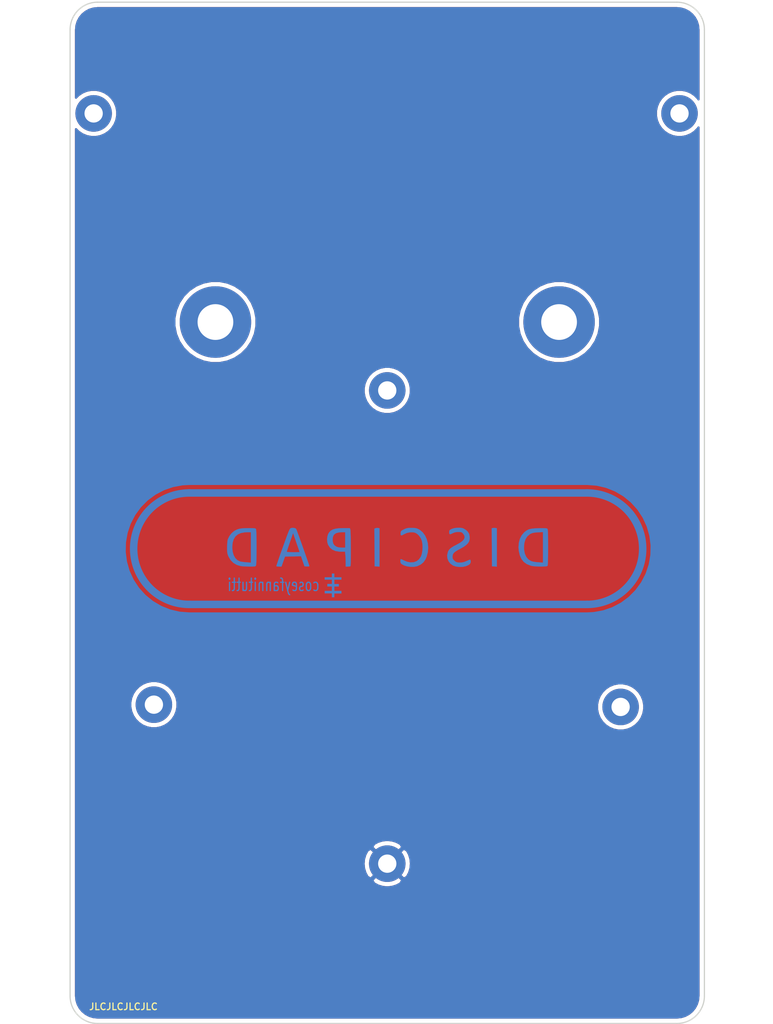
<source format=kicad_pcb>
(kicad_pcb (version 20171130) (host pcbnew 5.1.10-88a1d61d58~90~ubuntu21.04.1)

  (general
    (thickness 1.6)
    (drawings 11)
    (tracks 0)
    (zones 0)
    (modules 11)
    (nets 2)
  )

  (page A4)
  (layers
    (0 F.Cu signal)
    (31 B.Cu signal)
    (32 B.Adhes user)
    (33 F.Adhes user)
    (34 B.Paste user)
    (35 F.Paste user)
    (36 B.SilkS user)
    (37 F.SilkS user)
    (38 B.Mask user)
    (39 F.Mask user)
    (40 Dwgs.User user)
    (41 Cmts.User user)
    (42 Eco1.User user)
    (43 Eco2.User user)
    (44 Edge.Cuts user)
    (45 Margin user)
    (46 B.CrtYd user)
    (47 F.CrtYd user)
    (48 B.Fab user hide)
    (49 F.Fab user)
  )

  (setup
    (last_trace_width 0.25)
    (trace_clearance 0.2)
    (zone_clearance 0.508)
    (zone_45_only no)
    (trace_min 0.2)
    (via_size 0.8)
    (via_drill 0.4)
    (via_min_size 0.4)
    (via_min_drill 0.3)
    (uvia_size 0.3)
    (uvia_drill 0.1)
    (uvias_allowed no)
    (uvia_min_size 0.2)
    (uvia_min_drill 0.1)
    (edge_width 0.15)
    (segment_width 0.2)
    (pcb_text_width 0.3)
    (pcb_text_size 1.5 1.5)
    (mod_edge_width 0.15)
    (mod_text_size 1 1)
    (mod_text_width 0.15)
    (pad_size 1.524 1.524)
    (pad_drill 0.762)
    (pad_to_mask_clearance 0.051)
    (solder_mask_min_width 0.25)
    (aux_axis_origin 0 0)
    (grid_origin 0.052493 0.052493)
    (visible_elements 7FFFF7FF)
    (pcbplotparams
      (layerselection 0x010fc_ffffffff)
      (usegerberextensions true)
      (usegerberattributes false)
      (usegerberadvancedattributes false)
      (creategerberjobfile false)
      (excludeedgelayer true)
      (linewidth 0.150000)
      (plotframeref false)
      (viasonmask false)
      (mode 1)
      (useauxorigin false)
      (hpglpennumber 1)
      (hpglpenspeed 20)
      (hpglpendiameter 15.000000)
      (psnegative false)
      (psa4output false)
      (plotreference true)
      (plotvalue true)
      (plotinvisibletext false)
      (padsonsilk false)
      (subtractmaskfromsilk true)
      (outputformat 1)
      (mirror false)
      (drillshape 0)
      (scaleselection 1)
      (outputdirectory "../gerber/bottom"))
  )

  (net 0 "")
  (net 1 GND)

  (net_class Default "This is the default net class."
    (clearance 0.2)
    (trace_width 0.25)
    (via_dia 0.8)
    (via_drill 0.4)
    (uvia_dia 0.3)
    (uvia_drill 0.1)
    (add_net GND)
  )

  (module logos:DISCIPAD_MEDIUM_COPPER (layer B.Cu) (tedit 611B900E) (tstamp 5D355702)
    (at 143.888559 80.682973 180)
    (fp_text reference G*** (at 0 0) (layer B.SilkS) hide
      (effects (font (size 1.524 1.524) (thickness 0.3)) (justify mirror))
    )
    (fp_text value LOGO (at 0.75 0) (layer B.SilkS) hide
      (effects (font (size 1.524 1.524) (thickness 0.3)) (justify mirror))
    )
    (fp_line (start -23.98 -6.83) (end 23.87 -6.83) (layer B.Mask) (width 0.9))
    (fp_line (start -23.98 6.57) (end 23.87 6.57) (layer B.Mask) (width 0.9))
    (fp_poly (pts (xy 17.225864 2.334546) (xy 17.595687 2.306301) (xy 17.895699 2.252385) (xy 18.152221 2.167205)
      (xy 18.39157 2.045165) (xy 18.509852 1.970681) (xy 18.800475 1.718365) (xy 19.051278 1.38839)
      (xy 19.228936 1.026228) (xy 19.251156 0.95923) (xy 19.282367 0.793965) (xy 19.30713 0.542505)
      (xy 19.322543 0.241907) (xy 19.326216 0) (xy 19.323003 -0.319116) (xy 19.310938 -0.549581)
      (xy 19.284465 -0.726003) (xy 19.238023 -0.882988) (xy 19.166056 -1.055143) (xy 19.151686 -1.086659)
      (xy 18.893328 -1.515363) (xy 18.556147 -1.849421) (xy 18.14244 -2.08704) (xy 17.699234 -2.218366)
      (xy 17.500835 -2.243887) (xy 17.219849 -2.264403) (xy 16.896967 -2.277518) (xy 16.63569 -2.281068)
      (xy 16.325376 -2.280272) (xy 16.116011 -2.274913) (xy 15.985247 -2.260533) (xy 15.910731 -2.232677)
      (xy 15.870113 -2.186886) (xy 15.842649 -2.122929) (xy 15.825765 -2.017223) (xy 15.811658 -1.808209)
      (xy 15.800311 -1.513826) (xy 15.791709 -1.152016) (xy 15.785837 -0.74072) (xy 15.78268 -0.297878)
      (xy 15.782222 0.158568) (xy 15.784448 0.610676) (xy 15.789344 1.040507) (xy 15.796893 1.430119)
      (xy 15.80708 1.761571) (xy 15.811492 1.849514) (xy 16.460679 1.849514) (xy 16.460679 -1.806328)
      (xy 17.000121 -1.766839) (xy 17.279266 -1.740703) (xy 17.540963 -1.706405) (xy 17.738616 -1.670304)
      (xy 17.774755 -1.661129) (xy 18.083985 -1.512228) (xy 18.337928 -1.261837) (xy 18.530144 -0.921676)
      (xy 18.654195 -0.503466) (xy 18.703642 -0.018929) (xy 18.704228 0.030825) (xy 18.665237 0.553586)
      (xy 18.542611 0.985894) (xy 18.334968 1.329149) (xy 18.040926 1.584755) (xy 17.659104 1.754115)
      (xy 17.188118 1.838629) (xy 16.911868 1.849514) (xy 16.460679 1.849514) (xy 15.811492 1.849514)
      (xy 15.819891 2.016922) (xy 15.83531 2.17823) (xy 15.846344 2.22347) (xy 15.881536 2.271292)
      (xy 15.940768 2.304359) (xy 16.044579 2.325351) (xy 16.21351 2.336951) (xy 16.468102 2.341838)
      (xy 16.759911 2.342718) (xy 17.225864 2.334546)) (layer B.Mask) (width 0.01))
    (fp_poly (pts (xy 11.621116 2.353346) (xy 11.669262 2.337268) (xy 11.713823 2.309408) (xy 11.75957 2.258759)
      (xy 11.811275 2.174315) (xy 11.873708 2.04507) (xy 11.95164 1.860016) (xy 12.049844 1.608146)
      (xy 12.173089 1.278456) (xy 12.326147 0.859936) (xy 12.51379 0.341582) (xy 12.616305 0.05751)
      (xy 12.795371 -0.441968) (xy 12.959301 -0.905192) (xy 13.10373 -1.319369) (xy 13.22429 -1.671706)
      (xy 13.316615 -1.949409) (xy 13.376339 -2.139686) (xy 13.399096 -2.229743) (xy 13.398711 -2.23483)
      (xy 13.325964 -2.261895) (xy 13.172457 -2.278541) (xy 13.074505 -2.281068) (xy 12.778131 -2.281068)
      (xy 12.566756 -1.679976) (xy 12.355382 -1.078884) (xy 11.394432 -1.061943) (xy 10.433482 -1.045001)
      (xy 10.018204 -2.250243) (xy 9.725364 -2.269033) (xy 9.540548 -2.271737) (xy 9.451597 -2.24472)
      (xy 9.432524 -2.196099) (xy 9.452571 -2.1257) (xy 9.509023 -1.954939) (xy 9.596346 -1.699402)
      (xy 9.709006 -1.374676) (xy 9.841469 -0.996347) (xy 9.9882 -0.580004) (xy 10.002571 -0.539442)
      (xy 10.603918 -0.539442) (xy 10.661663 -0.545281) (xy 10.819365 -0.550105) (xy 11.053679 -0.553447)
      (xy 11.341262 -0.55484) (xy 11.374514 -0.554855) (xy 11.669378 -0.550601) (xy 11.911197 -0.538955)
      (xy 12.077217 -0.52159) (xy 12.144684 -0.50018) (xy 12.145145 -0.498188) (xy 12.12575 -0.424551)
      (xy 12.071802 -0.253838) (xy 11.98966 -0.005291) (xy 11.885685 0.301849) (xy 11.766235 0.648344)
      (xy 11.765757 0.649719) (xy 11.386369 1.740959) (xy 10.99516 0.608465) (xy 10.874477 0.258354)
      (xy 10.7689 -0.049368) (xy 10.684566 -0.296691) (xy 10.627615 -0.465605) (xy 10.604185 -0.5381)
      (xy 10.603918 -0.539442) (xy 10.002571 -0.539442) (xy 10.143666 -0.141231) (xy 10.302332 0.304384)
      (xy 10.458665 0.741254) (xy 10.60713 1.153792) (xy 10.742193 1.526412) (xy 10.85832 1.843527)
      (xy 10.949977 2.089551) (xy 11.003575 2.22877) (xy 11.097623 2.316727) (xy 11.270242 2.368963)
      (xy 11.479765 2.377072) (xy 11.621116 2.353346)) (layer B.Mask) (width 0.01))
    (fp_poly (pts (xy 5.868597 2.326633) (xy 6.278893 2.274366) (xy 6.600769 2.179901) (xy 6.849793 2.037219)
      (xy 7.041533 1.840305) (xy 7.161918 1.644056) (xy 7.258551 1.351256) (xy 7.295259 1.003507)
      (xy 7.271265 0.653865) (xy 7.185793 0.355388) (xy 7.180931 0.344938) (xy 6.959498 0.002932)
      (xy 6.660912 -0.248261) (xy 6.28122 -0.410745) (xy 5.816471 -0.486627) (xy 5.608127 -0.493204)
      (xy 5.13482 -0.493204) (xy 5.095518 -0.909345) (xy 5.07509 -1.194576) (xy 5.06072 -1.52651)
      (xy 5.055778 -1.803277) (xy 5.05534 -2.281068) (xy 4.788187 -2.281068) (xy 4.615187 -2.272324)
      (xy 4.499066 -2.250372) (xy 4.479935 -2.239968) (xy 4.467167 -2.167179) (xy 4.456844 -1.988301)
      (xy 4.448892 -1.72052) (xy 4.443237 -1.381022) (xy 4.439806 -0.986993) (xy 4.438525 -0.55562)
      (xy 4.43932 -0.104088) (xy 4.442116 0.350416) (xy 4.44684 0.790707) (xy 4.453419 1.199598)
      (xy 4.461777 1.559903) (xy 4.471673 1.849514) (xy 5.11699 1.849514) (xy 5.11699 0)
      (xy 5.533131 0.000096) (xy 5.897844 0.027475) (xy 6.160666 0.107984) (xy 6.403733 0.273806)
      (xy 6.551876 0.486457) (xy 6.618423 0.769944) (xy 6.625267 0.944901) (xy 6.59541 1.267816)
      (xy 6.50162 1.500631) (xy 6.33118 1.665408) (xy 6.160135 1.751811) (xy 5.961218 1.805336)
      (xy 5.704088 1.84075) (xy 5.516471 1.849514) (xy 5.11699 1.849514) (xy 4.471673 1.849514)
      (xy 4.471842 1.854436) (xy 4.483539 2.06601) (xy 4.496795 2.177441) (xy 4.498959 2.184579)
      (xy 4.559084 2.342718) (xy 5.354315 2.342718) (xy 5.868597 2.326633)) (layer B.Mask) (width 0.01))
    (fp_poly (pts (xy 1.461839 2.337755) (xy 1.604434 2.283541) (xy 1.588261 0.016649) (xy 1.572087 -2.250243)
      (xy 1.279247 -2.269033) (xy 0.986408 -2.287824) (xy 0.986408 2.328344) (xy 1.152826 2.360157)
      (xy 1.334879 2.364727) (xy 1.461839 2.337755)) (layer B.Mask) (width 0.01))
    (fp_poly (pts (xy -12.668432 2.357665) (xy -12.513563 2.32806) (xy -12.529718 0.038909) (xy -12.545874 -2.250243)
      (xy -12.838714 -2.269033) (xy -13.131554 -2.287824) (xy -13.131554 2.328344) (xy -12.977427 2.357807)
      (xy -12.788844 2.369394) (xy -12.668432 2.357665)) (layer B.Mask) (width 0.01))
    (fp_poly (pts (xy -18.365438 2.335861) (xy -18.172608 2.3315) (xy -17.725669 2.31399) (xy -17.377177 2.282848)
      (xy -17.102443 2.230861) (xy -16.876781 2.150814) (xy -16.675503 2.035494) (xy -16.473922 1.877686)
      (xy -16.402106 1.814135) (xy -16.112971 1.472501) (xy -15.902415 1.050114) (xy -15.775673 0.565333)
      (xy -15.737979 0.036519) (xy -15.773292 -0.391563) (xy -15.896059 -0.927848) (xy -16.09293 -1.367608)
      (xy -16.368364 -1.716065) (xy -16.726819 -1.978441) (xy -17.172752 -2.159958) (xy -17.314696 -2.197193)
      (xy -17.525965 -2.232668) (xy -17.799304 -2.258402) (xy -18.107653 -2.274256) (xy -18.423952 -2.280088)
      (xy -18.72114 -2.275758) (xy -18.972157 -2.261126) (xy -19.149942 -2.236051) (xy -19.222622 -2.207088)
      (xy -19.243818 -2.150481) (xy -19.261008 -2.021621) (xy -19.27447 -1.812075) (xy -19.274671 -1.806064)
      (xy -18.680097 -1.806064) (xy -18.083319 -1.764114) (xy -17.74653 -1.729115) (xy -17.455009 -1.67741)
      (xy -17.246407 -1.615794) (xy -17.235625 -1.611171) (xy -16.912363 -1.403103) (xy -16.665066 -1.101563)
      (xy -16.496762 -0.712494) (xy -16.410478 -0.24184) (xy -16.399029 0.030825) (xy -16.442876 0.553741)
      (xy -16.574623 0.99049) (xy -16.794577 1.341688) (xy -17.103047 1.607949) (xy -17.225474 1.677872)
      (xy -17.409063 1.75062) (xy -17.6423 1.799297) (xy -17.956765 1.829774) (xy -18.079005 1.836608)
      (xy -18.680097 1.865999) (xy -18.680097 -1.806064) (xy -19.274671 -1.806064) (xy -19.284481 -1.513408)
      (xy -19.291321 -1.117185) (xy -19.295268 -0.614974) (xy -19.296599 0.001662) (xy -19.296602 0.035606)
      (xy -19.295955 0.621998) (xy -19.293693 1.096876) (xy -19.289337 1.47202) (xy -19.282408 1.759212)
      (xy -19.272425 1.970232) (xy -19.258911 2.116863) (xy -19.241384 2.210885) (xy -19.219366 2.26408)
      (xy -19.205253 2.280132) (xy -19.125581 2.311245) (xy -18.967718 2.330473) (xy -18.718668 2.338463)
      (xy -18.365438 2.335861)) (layer B.Mask) (width 0.01))
    (fp_poly (pts (xy -2.583048 2.367723) (xy -2.378172 2.349076) (xy -2.207827 2.306265) (xy -2.027717 2.230557)
      (xy -1.941991 2.188592) (xy -1.743217 2.084192) (xy -1.630079 2.00217) (xy -1.576066 1.913653)
      (xy -1.55467 1.789766) (xy -1.552469 1.764327) (xy -1.551761 1.571787) (xy -1.598461 1.477361)
      (xy -1.705988 1.476167) (xy -1.887761 1.563324) (xy -1.969513 1.612621) (xy -2.308034 1.76497)
      (xy -2.689204 1.84296) (xy -3.065781 1.840178) (xy -3.287252 1.79151) (xy -3.533302 1.655771)
      (xy -3.769052 1.429629) (xy -3.967617 1.14486) (xy -4.102107 0.833241) (xy -4.104246 0.825964)
      (xy -4.172127 0.471562) (xy -4.193964 0.066424) (xy -4.172216 -0.348894) (xy -4.109344 -0.733838)
      (xy -4.007807 -1.047852) (xy -3.988096 -1.088885) (xy -3.762245 -1.410027) (xy -3.469392 -1.634392)
      (xy -3.122544 -1.759021) (xy -2.734708 -1.780955) (xy -2.318891 -1.697234) (xy -1.967853 -1.548552)
      (xy -1.775838 -1.453917) (xy -1.629827 -1.393193) (xy -1.56003 -1.378866) (xy -1.559056 -1.379618)
      (xy -1.537913 -1.455169) (xy -1.524104 -1.602997) (xy -1.522899 -1.63525) (xy -1.544971 -1.823768)
      (xy -1.640113 -1.954566) (xy -1.667593 -1.976841) (xy -1.964121 -2.14157) (xy -2.336291 -2.256024)
      (xy -2.744983 -2.315013) (xy -3.151077 -2.313346) (xy -3.51545 -2.245832) (xy -3.566598 -2.228811)
      (xy -3.979809 -2.032264) (xy -4.302066 -1.764288) (xy -4.547821 -1.410083) (xy -4.691319 -1.076966)
      (xy -4.827033 -0.546582) (xy -4.870566 -0.011484) (xy -4.827059 0.510679) (xy -4.701651 1.002257)
      (xy -4.499483 1.445599) (xy -4.225695 1.823055) (xy -3.885428 2.116975) (xy -3.735404 2.205363)
      (xy -3.559344 2.287507) (xy -3.392471 2.3371) (xy -3.192861 2.362134) (xy -2.918586 2.370599)
      (xy -2.866748 2.370942) (xy -2.583048 2.367723)) (layer B.Mask) (width 0.01))
    (fp_poly (pts (xy -8.315383 2.386379) (xy -7.965054 2.332186) (xy -7.675575 2.235111) (xy -7.660073 2.227402)
      (xy -7.499893 2.136106) (xy -7.423034 2.049545) (xy -7.399376 1.924137) (xy -7.398058 1.848261)
      (xy -7.411572 1.689457) (xy -7.464645 1.615024) (xy -7.57608 1.620459) (xy -7.764678 1.701258)
      (xy -7.843126 1.741626) (xy -8.087185 1.837635) (xy -8.369734 1.87744) (xy -8.497412 1.88034)
      (xy -8.717588 1.875098) (xy -8.857877 1.849183) (xy -8.961574 1.787309) (xy -9.067679 1.679003)
      (xy -9.219212 1.451826) (xy -9.258524 1.230933) (xy -9.183454 1.012519) (xy -8.991838 0.792779)
      (xy -8.681516 0.567908) (xy -8.324213 0.370604) (xy -7.955649 0.177201) (xy -7.683765 0.011347)
      (xy -7.489718 -0.142515) (xy -7.354667 -0.299945) (xy -7.259772 -0.476499) (xy -7.240595 -0.524187)
      (xy -7.154449 -0.90803) (xy -7.181151 -1.284442) (xy -7.312617 -1.631857) (xy -7.540765 -1.928704)
      (xy -7.849677 -2.149418) (xy -8.191078 -2.270629) (xy -8.592004 -2.328174) (xy -9.004945 -2.319594)
      (xy -9.382388 -2.242431) (xy -9.417256 -2.230526) (xy -9.703135 -2.108314) (xy -9.882169 -1.977433)
      (xy -9.970631 -1.822441) (xy -9.987379 -1.689472) (xy -9.972488 -1.540927) (xy -9.936348 -1.455654)
      (xy -9.933386 -1.453519) (xy -9.854453 -1.46186) (xy -9.700841 -1.51626) (xy -9.517245 -1.599489)
      (xy -9.283797 -1.697497) (xy -9.05166 -1.766878) (xy -8.908495 -1.78932) (xy -8.614876 -1.796833)
      (xy -8.410293 -1.784221) (xy -8.261064 -1.743346) (xy -8.133508 -1.666069) (xy -8.029071 -1.576825)
      (xy -7.885794 -1.429095) (xy -7.817879 -1.297417) (xy -7.799291 -1.127686) (xy -7.79914 -1.099034)
      (xy -7.817566 -0.904337) (xy -7.882483 -0.738808) (xy -8.009203 -0.586426) (xy -8.213038 -0.431172)
      (xy -8.509299 -0.257026) (xy -8.700576 -0.155953) (xy -9.136268 0.090975) (xy -9.460141 0.326358)
      (xy -9.682062 0.558559) (xy -9.806557 0.781493) (xy -9.854795 1.016071) (xy -9.857589 1.300949)
      (xy -9.816755 1.572543) (xy -9.780785 1.682919) (xy -9.628395 1.919506) (xy -9.395429 2.136088)
      (xy -9.123702 2.29771) (xy -8.986368 2.346988) (xy -8.673507 2.392908) (xy -8.315383 2.386379)) (layer B.Mask) (width 0.01))
    (fp_arc (start 23.87 -0.13) (end 23.87 -6.83) (angle 180) (layer B.Mask) (width 0.9))
    (fp_arc (start -23.98 -0.13) (end -23.98 6.57) (angle 180) (layer B.Mask) (width 0.9))
    (fp_poly (pts (xy -8.315383 2.386379) (xy -7.965054 2.332186) (xy -7.675575 2.235111) (xy -7.660073 2.227402)
      (xy -7.499893 2.136106) (xy -7.423034 2.049545) (xy -7.399376 1.924137) (xy -7.398058 1.848261)
      (xy -7.411572 1.689457) (xy -7.464645 1.615024) (xy -7.57608 1.620459) (xy -7.764678 1.701258)
      (xy -7.843126 1.741626) (xy -8.087185 1.837635) (xy -8.369734 1.87744) (xy -8.497412 1.88034)
      (xy -8.717588 1.875098) (xy -8.857877 1.849183) (xy -8.961574 1.787309) (xy -9.067679 1.679003)
      (xy -9.219212 1.451826) (xy -9.258524 1.230933) (xy -9.183454 1.012519) (xy -8.991838 0.792779)
      (xy -8.681516 0.567908) (xy -8.324213 0.370604) (xy -7.955649 0.177201) (xy -7.683765 0.011347)
      (xy -7.489718 -0.142515) (xy -7.354667 -0.299945) (xy -7.259772 -0.476499) (xy -7.240595 -0.524187)
      (xy -7.154449 -0.90803) (xy -7.181151 -1.284442) (xy -7.312617 -1.631857) (xy -7.540765 -1.928704)
      (xy -7.849677 -2.149418) (xy -8.191078 -2.270629) (xy -8.592004 -2.328174) (xy -9.004945 -2.319594)
      (xy -9.382388 -2.242431) (xy -9.417256 -2.230526) (xy -9.703135 -2.108314) (xy -9.882169 -1.977433)
      (xy -9.970631 -1.822441) (xy -9.987379 -1.689472) (xy -9.972488 -1.540927) (xy -9.936348 -1.455654)
      (xy -9.933386 -1.453519) (xy -9.854453 -1.46186) (xy -9.700841 -1.51626) (xy -9.517245 -1.599489)
      (xy -9.283797 -1.697497) (xy -9.05166 -1.766878) (xy -8.908495 -1.78932) (xy -8.614876 -1.796833)
      (xy -8.410293 -1.784221) (xy -8.261064 -1.743346) (xy -8.133508 -1.666069) (xy -8.029071 -1.576825)
      (xy -7.885794 -1.429095) (xy -7.817879 -1.297417) (xy -7.799291 -1.127686) (xy -7.79914 -1.099034)
      (xy -7.817566 -0.904337) (xy -7.882483 -0.738808) (xy -8.009203 -0.586426) (xy -8.213038 -0.431172)
      (xy -8.509299 -0.257026) (xy -8.700576 -0.155953) (xy -9.136268 0.090975) (xy -9.460141 0.326358)
      (xy -9.682062 0.558559) (xy -9.806557 0.781493) (xy -9.854795 1.016071) (xy -9.857589 1.300949)
      (xy -9.816755 1.572543) (xy -9.780785 1.682919) (xy -9.628395 1.919506) (xy -9.395429 2.136088)
      (xy -9.123702 2.29771) (xy -8.986368 2.346988) (xy -8.673507 2.392908) (xy -8.315383 2.386379)) (layer B.Cu) (width 0.01))
    (fp_poly (pts (xy -12.668432 2.357665) (xy -12.513563 2.32806) (xy -12.529718 0.038909) (xy -12.545874 -2.250243)
      (xy -12.838714 -2.269033) (xy -13.131554 -2.287824) (xy -13.131554 2.328344) (xy -12.977427 2.357807)
      (xy -12.788844 2.369394) (xy -12.668432 2.357665)) (layer B.Cu) (width 0.01))
    (fp_poly (pts (xy 1.461839 2.337755) (xy 1.604434 2.283541) (xy 1.588261 0.016649) (xy 1.572087 -2.250243)
      (xy 1.279247 -2.269033) (xy 0.986408 -2.287824) (xy 0.986408 2.328344) (xy 1.152826 2.360157)
      (xy 1.334879 2.364727) (xy 1.461839 2.337755)) (layer B.Cu) (width 0.01))
    (fp_poly (pts (xy 5.868597 2.326633) (xy 6.278893 2.274366) (xy 6.600769 2.179901) (xy 6.849793 2.037219)
      (xy 7.041533 1.840305) (xy 7.161918 1.644056) (xy 7.258551 1.351256) (xy 7.295259 1.003507)
      (xy 7.271265 0.653865) (xy 7.185793 0.355388) (xy 7.180931 0.344938) (xy 6.959498 0.002932)
      (xy 6.660912 -0.248261) (xy 6.28122 -0.410745) (xy 5.816471 -0.486627) (xy 5.608127 -0.493204)
      (xy 5.13482 -0.493204) (xy 5.095518 -0.909345) (xy 5.07509 -1.194576) (xy 5.06072 -1.52651)
      (xy 5.055778 -1.803277) (xy 5.05534 -2.281068) (xy 4.788187 -2.281068) (xy 4.615187 -2.272324)
      (xy 4.499066 -2.250372) (xy 4.479935 -2.239968) (xy 4.467167 -2.167179) (xy 4.456844 -1.988301)
      (xy 4.448892 -1.72052) (xy 4.443237 -1.381022) (xy 4.439806 -0.986993) (xy 4.438525 -0.55562)
      (xy 4.43932 -0.104088) (xy 4.442116 0.350416) (xy 4.44684 0.790707) (xy 4.453419 1.199598)
      (xy 4.461777 1.559903) (xy 4.471673 1.849514) (xy 5.11699 1.849514) (xy 5.11699 0)
      (xy 5.533131 0.000096) (xy 5.897844 0.027475) (xy 6.160666 0.107984) (xy 6.403733 0.273806)
      (xy 6.551876 0.486457) (xy 6.618423 0.769944) (xy 6.625267 0.944901) (xy 6.59541 1.267816)
      (xy 6.50162 1.500631) (xy 6.33118 1.665408) (xy 6.160135 1.751811) (xy 5.961218 1.805336)
      (xy 5.704088 1.84075) (xy 5.516471 1.849514) (xy 5.11699 1.849514) (xy 4.471673 1.849514)
      (xy 4.471842 1.854436) (xy 4.483539 2.06601) (xy 4.496795 2.177441) (xy 4.498959 2.184579)
      (xy 4.559084 2.342718) (xy 5.354315 2.342718) (xy 5.868597 2.326633)) (layer B.Cu) (width 0.01))
    (fp_poly (pts (xy 11.621116 2.353346) (xy 11.669262 2.337268) (xy 11.713823 2.309408) (xy 11.75957 2.258759)
      (xy 11.811275 2.174315) (xy 11.873708 2.04507) (xy 11.95164 1.860016) (xy 12.049844 1.608146)
      (xy 12.173089 1.278456) (xy 12.326147 0.859936) (xy 12.51379 0.341582) (xy 12.616305 0.05751)
      (xy 12.795371 -0.441968) (xy 12.959301 -0.905192) (xy 13.10373 -1.319369) (xy 13.22429 -1.671706)
      (xy 13.316615 -1.949409) (xy 13.376339 -2.139686) (xy 13.399096 -2.229743) (xy 13.398711 -2.23483)
      (xy 13.325964 -2.261895) (xy 13.172457 -2.278541) (xy 13.074505 -2.281068) (xy 12.778131 -2.281068)
      (xy 12.566756 -1.679976) (xy 12.355382 -1.078884) (xy 11.394432 -1.061943) (xy 10.433482 -1.045001)
      (xy 10.018204 -2.250243) (xy 9.725364 -2.269033) (xy 9.540548 -2.271737) (xy 9.451597 -2.24472)
      (xy 9.432524 -2.196099) (xy 9.452571 -2.1257) (xy 9.509023 -1.954939) (xy 9.596346 -1.699402)
      (xy 9.709006 -1.374676) (xy 9.841469 -0.996347) (xy 9.9882 -0.580004) (xy 10.002571 -0.539442)
      (xy 10.603918 -0.539442) (xy 10.661663 -0.545281) (xy 10.819365 -0.550105) (xy 11.053679 -0.553447)
      (xy 11.341262 -0.55484) (xy 11.374514 -0.554855) (xy 11.669378 -0.550601) (xy 11.911197 -0.538955)
      (xy 12.077217 -0.52159) (xy 12.144684 -0.50018) (xy 12.145145 -0.498188) (xy 12.12575 -0.424551)
      (xy 12.071802 -0.253838) (xy 11.98966 -0.005291) (xy 11.885685 0.301849) (xy 11.766235 0.648344)
      (xy 11.765757 0.649719) (xy 11.386369 1.740959) (xy 10.99516 0.608465) (xy 10.874477 0.258354)
      (xy 10.7689 -0.049368) (xy 10.684566 -0.296691) (xy 10.627615 -0.465605) (xy 10.604185 -0.5381)
      (xy 10.603918 -0.539442) (xy 10.002571 -0.539442) (xy 10.143666 -0.141231) (xy 10.302332 0.304384)
      (xy 10.458665 0.741254) (xy 10.60713 1.153792) (xy 10.742193 1.526412) (xy 10.85832 1.843527)
      (xy 10.949977 2.089551) (xy 11.003575 2.22877) (xy 11.097623 2.316727) (xy 11.270242 2.368963)
      (xy 11.479765 2.377072) (xy 11.621116 2.353346)) (layer B.Cu) (width 0.01))
    (fp_poly (pts (xy 17.225864 2.334546) (xy 17.595687 2.306301) (xy 17.895699 2.252385) (xy 18.152221 2.167205)
      (xy 18.39157 2.045165) (xy 18.509852 1.970681) (xy 18.800475 1.718365) (xy 19.051278 1.38839)
      (xy 19.228936 1.026228) (xy 19.251156 0.95923) (xy 19.282367 0.793965) (xy 19.30713 0.542505)
      (xy 19.322543 0.241907) (xy 19.326216 0) (xy 19.323003 -0.319116) (xy 19.310938 -0.549581)
      (xy 19.284465 -0.726003) (xy 19.238023 -0.882988) (xy 19.166056 -1.055143) (xy 19.151686 -1.086659)
      (xy 18.893328 -1.515363) (xy 18.556147 -1.849421) (xy 18.14244 -2.08704) (xy 17.699234 -2.218366)
      (xy 17.500835 -2.243887) (xy 17.219849 -2.264403) (xy 16.896967 -2.277518) (xy 16.63569 -2.281068)
      (xy 16.325376 -2.280272) (xy 16.116011 -2.274913) (xy 15.985247 -2.260533) (xy 15.910731 -2.232677)
      (xy 15.870113 -2.186886) (xy 15.842649 -2.122929) (xy 15.825765 -2.017223) (xy 15.811658 -1.808209)
      (xy 15.800311 -1.513826) (xy 15.791709 -1.152016) (xy 15.785837 -0.74072) (xy 15.78268 -0.297878)
      (xy 15.782222 0.158568) (xy 15.784448 0.610676) (xy 15.789344 1.040507) (xy 15.796893 1.430119)
      (xy 15.80708 1.761571) (xy 15.811492 1.849514) (xy 16.460679 1.849514) (xy 16.460679 -1.806328)
      (xy 17.000121 -1.766839) (xy 17.279266 -1.740703) (xy 17.540963 -1.706405) (xy 17.738616 -1.670304)
      (xy 17.774755 -1.661129) (xy 18.083985 -1.512228) (xy 18.337928 -1.261837) (xy 18.530144 -0.921676)
      (xy 18.654195 -0.503466) (xy 18.703642 -0.018929) (xy 18.704228 0.030825) (xy 18.665237 0.553586)
      (xy 18.542611 0.985894) (xy 18.334968 1.329149) (xy 18.040926 1.584755) (xy 17.659104 1.754115)
      (xy 17.188118 1.838629) (xy 16.911868 1.849514) (xy 16.460679 1.849514) (xy 15.811492 1.849514)
      (xy 15.819891 2.016922) (xy 15.83531 2.17823) (xy 15.846344 2.22347) (xy 15.881536 2.271292)
      (xy 15.940768 2.304359) (xy 16.044579 2.325351) (xy 16.21351 2.336951) (xy 16.468102 2.341838)
      (xy 16.759911 2.342718) (xy 17.225864 2.334546)) (layer B.Cu) (width 0.01))
    (fp_line (start -23.98 6.57) (end 23.87 6.57) (layer B.Cu) (width 0.9))
    (fp_line (start -23.98 -6.83) (end 23.87 -6.83) (layer B.Cu) (width 0.9))
    (fp_poly (pts (xy -2.583048 2.367723) (xy -2.378172 2.349076) (xy -2.207827 2.306265) (xy -2.027717 2.230557)
      (xy -1.941991 2.188592) (xy -1.743217 2.084192) (xy -1.630079 2.00217) (xy -1.576066 1.913653)
      (xy -1.55467 1.789766) (xy -1.552469 1.764327) (xy -1.551761 1.571787) (xy -1.598461 1.477361)
      (xy -1.705988 1.476167) (xy -1.887761 1.563324) (xy -1.969513 1.612621) (xy -2.308034 1.76497)
      (xy -2.689204 1.84296) (xy -3.065781 1.840178) (xy -3.287252 1.79151) (xy -3.533302 1.655771)
      (xy -3.769052 1.429629) (xy -3.967617 1.14486) (xy -4.102107 0.833241) (xy -4.104246 0.825964)
      (xy -4.172127 0.471562) (xy -4.193964 0.066424) (xy -4.172216 -0.348894) (xy -4.109344 -0.733838)
      (xy -4.007807 -1.047852) (xy -3.988096 -1.088885) (xy -3.762245 -1.410027) (xy -3.469392 -1.634392)
      (xy -3.122544 -1.759021) (xy -2.734708 -1.780955) (xy -2.318891 -1.697234) (xy -1.967853 -1.548552)
      (xy -1.775838 -1.453917) (xy -1.629827 -1.393193) (xy -1.56003 -1.378866) (xy -1.559056 -1.379618)
      (xy -1.537913 -1.455169) (xy -1.524104 -1.602997) (xy -1.522899 -1.63525) (xy -1.544971 -1.823768)
      (xy -1.640113 -1.954566) (xy -1.667593 -1.976841) (xy -1.964121 -2.14157) (xy -2.336291 -2.256024)
      (xy -2.744983 -2.315013) (xy -3.151077 -2.313346) (xy -3.51545 -2.245832) (xy -3.566598 -2.228811)
      (xy -3.979809 -2.032264) (xy -4.302066 -1.764288) (xy -4.547821 -1.410083) (xy -4.691319 -1.076966)
      (xy -4.827033 -0.546582) (xy -4.870566 -0.011484) (xy -4.827059 0.510679) (xy -4.701651 1.002257)
      (xy -4.499483 1.445599) (xy -4.225695 1.823055) (xy -3.885428 2.116975) (xy -3.735404 2.205363)
      (xy -3.559344 2.287507) (xy -3.392471 2.3371) (xy -3.192861 2.362134) (xy -2.918586 2.370599)
      (xy -2.866748 2.370942) (xy -2.583048 2.367723)) (layer B.Cu) (width 0.01))
    (fp_poly (pts (xy -18.365438 2.335861) (xy -18.172608 2.3315) (xy -17.725669 2.31399) (xy -17.377177 2.282848)
      (xy -17.102443 2.230861) (xy -16.876781 2.150814) (xy -16.675503 2.035494) (xy -16.473922 1.877686)
      (xy -16.402106 1.814135) (xy -16.112971 1.472501) (xy -15.902415 1.050114) (xy -15.775673 0.565333)
      (xy -15.737979 0.036519) (xy -15.773292 -0.391563) (xy -15.896059 -0.927848) (xy -16.09293 -1.367608)
      (xy -16.368364 -1.716065) (xy -16.726819 -1.978441) (xy -17.172752 -2.159958) (xy -17.314696 -2.197193)
      (xy -17.525965 -2.232668) (xy -17.799304 -2.258402) (xy -18.107653 -2.274256) (xy -18.423952 -2.280088)
      (xy -18.72114 -2.275758) (xy -18.972157 -2.261126) (xy -19.149942 -2.236051) (xy -19.222622 -2.207088)
      (xy -19.243818 -2.150481) (xy -19.261008 -2.021621) (xy -19.27447 -1.812075) (xy -19.274671 -1.806064)
      (xy -18.680097 -1.806064) (xy -18.083319 -1.764114) (xy -17.74653 -1.729115) (xy -17.455009 -1.67741)
      (xy -17.246407 -1.615794) (xy -17.235625 -1.611171) (xy -16.912363 -1.403103) (xy -16.665066 -1.101563)
      (xy -16.496762 -0.712494) (xy -16.410478 -0.24184) (xy -16.399029 0.030825) (xy -16.442876 0.553741)
      (xy -16.574623 0.99049) (xy -16.794577 1.341688) (xy -17.103047 1.607949) (xy -17.225474 1.677872)
      (xy -17.409063 1.75062) (xy -17.6423 1.799297) (xy -17.956765 1.829774) (xy -18.079005 1.836608)
      (xy -18.680097 1.865999) (xy -18.680097 -1.806064) (xy -19.274671 -1.806064) (xy -19.284481 -1.513408)
      (xy -19.291321 -1.117185) (xy -19.295268 -0.614974) (xy -19.296599 0.001662) (xy -19.296602 0.035606)
      (xy -19.295955 0.621998) (xy -19.293693 1.096876) (xy -19.289337 1.47202) (xy -19.282408 1.759212)
      (xy -19.272425 1.970232) (xy -19.258911 2.116863) (xy -19.241384 2.210885) (xy -19.219366 2.26408)
      (xy -19.205253 2.280132) (xy -19.125581 2.311245) (xy -18.967718 2.330473) (xy -18.718668 2.338463)
      (xy -18.365438 2.335861)) (layer B.Cu) (width 0.01))
    (fp_text user LOGO (at 0.75 0) (layer B.SilkS) hide
      (effects (font (size 1.524 1.524) (thickness 0.3)) (justify mirror))
    )
    (fp_text user G*** (at 0 0) (layer B.SilkS) hide
      (effects (font (size 1.524 1.524) (thickness 0.3)) (justify mirror))
    )
    (fp_arc (start -23.98 -0.13) (end -23.98 6.57) (angle 180) (layer B.Cu) (width 0.9))
    (fp_arc (start 23.87 -0.13) (end 23.87 -6.83) (angle 180) (layer B.Cu) (width 0.9))
  )

  (module "logos:TOPY 3MM MASK" (layer B.Cu) (tedit 0) (tstamp 5D35580E)
    (at 137.316625 85.228946 180)
    (fp_text reference G*** (at 0 0 180) (layer B.SilkS) hide
      (effects (font (size 1.524 1.524) (thickness 0.3)) (justify mirror))
    )
    (fp_text value LOGO (at 0.75 0 180) (layer B.SilkS) hide
      (effects (font (size 1.524 1.524) (thickness 0.3)) (justify mirror))
    )
    (fp_poly (pts (xy 0.1524 0.9779) (xy 1.00965 0.9779) (xy 1.00965 0.69215) (xy 0.1524 0.69215)
      (xy 0.1524 0.1778) (xy 0.69215 0.1778) (xy 0.69215 -0.127) (xy 0.1524 -0.127)
      (xy 0.1524 -0.65405) (xy 1.00965 -0.65405) (xy 1.00965 -0.95885) (xy 0.1524 -0.95885)
      (xy 0.1524 -1.4224) (xy -0.1524 -1.4224) (xy -0.1524 -0.9652) (xy -1.0033 -0.9652)
      (xy -1.0033 -0.6604) (xy -0.1524 -0.6604) (xy -0.1524 -0.13335) (xy -0.6858 -0.13335)
      (xy -0.6858 0.17145) (xy -0.1524 0.17145) (xy -0.1524 0.69215) (xy -1.0033 0.69215)
      (xy -1.0033 0.9779) (xy -0.1524 0.9779) (xy -0.1524 1.4224) (xy 0.1524 1.4224)
      (xy 0.1524 0.9779)) (layer B.Mask) (width 0.01))
  )

  (module "logos:TOPY 3MM COPPER" (layer B.Cu) (tedit 5D351BB9) (tstamp 5D3557E7)
    (at 137.316625 85.228946 180)
    (fp_text reference G*** (at 0 0 180) (layer B.SilkS) hide
      (effects (font (size 1.524 1.524) (thickness 0.3)) (justify mirror))
    )
    (fp_text value LOGO (at 0.75 0 180) (layer B.SilkS) hide
      (effects (font (size 1.524 1.524) (thickness 0.3)) (justify mirror))
    )
    (fp_poly (pts (xy 0.1524 0.9779) (xy 1.00965 0.9779) (xy 1.00965 0.69215) (xy 0.1524 0.69215)
      (xy 0.1524 0.1778) (xy 0.69215 0.1778) (xy 0.69215 -0.127) (xy 0.1524 -0.127)
      (xy 0.1524 -0.65405) (xy 1.00965 -0.65405) (xy 1.00965 -0.95885) (xy 0.1524 -0.95885)
      (xy 0.1524 -1.4224) (xy -0.1524 -1.4224) (xy -0.1524 -0.9652) (xy -1.0033 -0.9652)
      (xy -1.0033 -0.6604) (xy -0.1524 -0.6604) (xy -0.1524 -0.13335) (xy -0.6858 -0.13335)
      (xy -0.6858 0.17145) (xy -0.1524 0.17145) (xy -0.1524 0.69215) (xy -1.0033 0.69215)
      (xy -1.0033 0.9779) (xy -0.1524 0.9779) (xy -0.1524 1.4224) (xy 0.1524 1.4224)
      (xy 0.1524 0.9779)) (layer B.Cu) (width 0.01))
  )

  (module MountingHole:MountingHole_4.3mm_M4_Pad (layer F.Cu) (tedit 5D341DD6) (tstamp 5D342054)
    (at 123.158765 53.56144)
    (descr "Mounting Hole 4.3mm, M4")
    (tags "mounting hole 4.3mm m4")
    (attr virtual)
    (fp_text reference REF** (at 0 -5.3) (layer Cmts.User)
      (effects (font (size 1 1) (thickness 0.15)))
    )
    (fp_text value MountingHole_4.3mm_M4_Pad (at 0 5.3) (layer F.Fab)
      (effects (font (size 1 1) (thickness 0.15)))
    )
    (fp_circle (center 0 0) (end 4.3 0) (layer Cmts.User) (width 0.15))
    (fp_circle (center 0 0) (end 4.55 0) (layer F.CrtYd) (width 0.05))
    (fp_text user %R (at 0.3 0) (layer F.Fab)
      (effects (font (size 1 1) (thickness 0.15)))
    )
    (pad 1 thru_hole circle (at 0 0) (size 8.6 8.6) (drill 4.3) (layers *.Cu *.Mask))
  )

  (module MountingHole:MountingHole_2.2mm_M2_Pad (layer F.Cu) (tedit 5D33EAED) (tstamp 5CDE4D37)
    (at 143.833559 118.686673)
    (descr "Mounting Hole 2.2mm, M2")
    (tags "mounting hole 2.2mm m2")
    (path /5D13347D)
    (attr virtual)
    (fp_text reference H1 (at 0 -3.2) (layer Cmts.User)
      (effects (font (size 1 1) (thickness 0.15)))
    )
    (fp_text value 1PIN (at 0 3.2) (layer F.Fab)
      (effects (font (size 1 1) (thickness 0.15)))
    )
    (fp_circle (center 0 0) (end 2.2 0) (layer Cmts.User) (width 0.15))
    (fp_circle (center 0 0) (end 2.45 0) (layer F.CrtYd) (width 0.05))
    (fp_text user %R (at 0.3 0) (layer F.Fab)
      (effects (font (size 1 1) (thickness 0.15)))
    )
    (pad 1 thru_hole circle (at 0 0) (size 4.4 4.4) (drill 2.2) (layers *.Cu *.Mask)
      (net 1 GND))
  )

  (module MountingHole:MountingHole_2.2mm_M2_Pad (layer F.Cu) (tedit 5CDDFFE8) (tstamp 5CDE46BE)
    (at 115.752543 99.566685)
    (descr "Mounting Hole 2.2mm, M2")
    (tags "mounting hole 2.2mm m2")
    (attr virtual)
    (fp_text reference REF** (at 0 -3.2) (layer Cmts.User)
      (effects (font (size 1 1) (thickness 0.15)))
    )
    (fp_text value MountingHole_2.2mm_M2_Pad (at 0 3.2) (layer F.Fab)
      (effects (font (size 1 1) (thickness 0.15)))
    )
    (fp_circle (center 0 0) (end 2.45 0) (layer F.CrtYd) (width 0.05))
    (fp_circle (center 0 0) (end 2.2 0) (layer Cmts.User) (width 0.15))
    (fp_text user %R (at 0.3 0) (layer F.Fab)
      (effects (font (size 1 1) (thickness 0.15)))
    )
    (pad 1 thru_hole circle (at 0 0) (size 4.4 4.4) (drill 2.2) (layers *.Cu *.Mask))
  )

  (module MountingHole:MountingHole_2.2mm_M2_Pad (layer F.Cu) (tedit 5CDDFFDF) (tstamp 5CDE46B0)
    (at 171.914575 99.841686)
    (descr "Mounting Hole 2.2mm, M2")
    (tags "mounting hole 2.2mm m2")
    (attr virtual)
    (fp_text reference REF** (at 0 -3.2) (layer Cmts.User)
      (effects (font (size 1 1) (thickness 0.15)))
    )
    (fp_text value MountingHole_2.2mm_M2_Pad (at 0 3.2) (layer F.Fab)
      (effects (font (size 1 1) (thickness 0.15)))
    )
    (fp_circle (center 0 0) (end 2.2 0) (layer Cmts.User) (width 0.15))
    (fp_circle (center 0 0) (end 2.45 0) (layer F.CrtYd) (width 0.05))
    (fp_text user %R (at 0.3 0) (layer F.Fab)
      (effects (font (size 1 1) (thickness 0.15)))
    )
    (pad 1 thru_hole circle (at 0 0) (size 4.4 4.4) (drill 2.2) (layers *.Cu *.Mask))
  )

  (module MountingHole:MountingHole_2.2mm_M2_Pad (layer F.Cu) (tedit 5CDDFFD9) (tstamp 5CDE46A2)
    (at 143.833559 61.784261)
    (descr "Mounting Hole 2.2mm, M2")
    (tags "mounting hole 2.2mm m2")
    (attr virtual)
    (fp_text reference REF** (at 0 -3.2) (layer Cmts.User)
      (effects (font (size 1 1) (thickness 0.15)))
    )
    (fp_text value MountingHole_2.2mm_M2_Pad (at 0 3.2) (layer F.Fab)
      (effects (font (size 1 1) (thickness 0.15)))
    )
    (fp_circle (center 0 0) (end 2.45 0) (layer F.CrtYd) (width 0.05))
    (fp_circle (center 0 0) (end 2.2 0) (layer Cmts.User) (width 0.15))
    (fp_text user %R (at 0.3 0) (layer F.Fab)
      (effects (font (size 1 1) (thickness 0.15)))
    )
    (pad 1 thru_hole circle (at 0 0) (size 4.4 4.4) (drill 2.2) (layers *.Cu *.Mask))
  )

  (module MountingHole:MountingHole_2.2mm_M2_Pad (layer F.Cu) (tedit 5CDDFFD1) (tstamp 5CDE41B0)
    (at 179.00113 28.475773)
    (descr "Mounting Hole 2.2mm, M2")
    (tags "mounting hole 2.2mm m2")
    (attr virtual)
    (fp_text reference REF** (at 0 -3.2) (layer Cmts.User)
      (effects (font (size 1 1) (thickness 0.15)))
    )
    (fp_text value MountingHole_2.2mm_M2_Pad (at 0 3.2) (layer F.Fab)
      (effects (font (size 1 1) (thickness 0.15)))
    )
    (fp_circle (center 0 0) (end 2.45 0) (layer F.CrtYd) (width 0.05))
    (fp_circle (center 0 0) (end 2.2 0) (layer Cmts.User) (width 0.15))
    (fp_text user %R (at 0.3 0) (layer F.Fab)
      (effects (font (size 1 1) (thickness 0.15)))
    )
    (pad 1 thru_hole circle (at 0 0) (size 4.4 4.4) (drill 2.2) (layers *.Cu *.Mask))
  )

  (module MountingHole:MountingHole_2.2mm_M2_Pad (layer F.Cu) (tedit 5CDDFFC9) (tstamp 5CDE41A2)
    (at 108.503031 28.475773)
    (descr "Mounting Hole 2.2mm, M2")
    (tags "mounting hole 2.2mm m2")
    (attr virtual)
    (fp_text reference REF** (at 0 -3.2) (layer Cmts.User)
      (effects (font (size 1 1) (thickness 0.15)))
    )
    (fp_text value MountingHole_2.2mm_M2_Pad (at 0 3.2) (layer F.Fab)
      (effects (font (size 1 1) (thickness 0.15)))
    )
    (fp_circle (center 0 0) (end 2.2 0) (layer Cmts.User) (width 0.15))
    (fp_circle (center 0 0) (end 2.45 0) (layer F.CrtYd) (width 0.05))
    (fp_text user %R (at 0.3 0) (layer F.Fab)
      (effects (font (size 1 1) (thickness 0.15)))
    )
    (pad 1 thru_hole circle (at 0 0) (size 4.4 4.4) (drill 2.2) (layers *.Cu *.Mask))
  )

  (module MountingHole:MountingHole_4.3mm_M4_Pad (layer F.Cu) (tedit 5D341DDA) (tstamp 5D342008)
    (at 164.508353 53.56144)
    (descr "Mounting Hole 4.3mm, M4")
    (tags "mounting hole 4.3mm m4")
    (attr virtual)
    (fp_text reference REF** (at 0 -5.3) (layer Cmts.User)
      (effects (font (size 1 1) (thickness 0.15)))
    )
    (fp_text value MountingHole_4.3mm_M4_Pad (at 0 5.3) (layer F.Fab)
      (effects (font (size 1 1) (thickness 0.15)))
    )
    (fp_circle (center 0 0) (end 4.55 0) (layer F.CrtYd) (width 0.05))
    (fp_circle (center 0 0) (end 4.3 0) (layer Cmts.User) (width 0.15))
    (fp_text user %R (at 0.3 0) (layer F.Fab)
      (effects (font (size 1 1) (thickness 0.15)))
    )
    (pad 1 thru_hole circle (at 0 0) (size 8.6 8.6) (drill 4.3) (layers *.Cu *.Mask))
  )

  (gr_text JLCJLCJLCJLC (at 107.875493 135.878993) (layer F.SilkS)
    (effects (font (size 0.8 0.8) (thickness 0.15)) (justify left))
  )
  (gr_text coseyfannitutti (at 130.141849 85.160744) (layer B.Mask) (tstamp 5D3460A4)
    (effects (font (size 1.5 1) (thickness 0.15)) (justify mirror))
  )
  (gr_text coseyfannitutti (at 130.141849 85.160744) (layer B.Cu)
    (effects (font (size 1.5 1) (thickness 0.15)) (justify mirror))
  )
  (gr_arc (start 108.977543 134.594615) (end 105.670421 134.594615) (angle -90) (layer Edge.Cuts) (width 0.15) (tstamp 5CF35921))
  (gr_arc (start 178.689575 134.594615) (end 178.689575 137.901737) (angle -90) (layer Edge.Cuts) (width 0.15) (tstamp 5CF35761))
  (gr_arc (start 178.689575 18.408859) (end 181.996697 18.408859) (angle -90) (layer Edge.Cuts) (width 0.15) (tstamp 5CF35455))
  (gr_arc (start 108.977543 18.408859) (end 108.977543 15.101737) (angle -90) (layer Edge.Cuts) (width 0.15))
  (gr_line (start 105.670421 134.594615) (end 105.670421 18.408859) (layer Edge.Cuts) (width 0.15))
  (gr_line (start 108.977543 15.101737) (end 178.689575 15.101737) (layer Edge.Cuts) (width 0.15))
  (gr_line (start 181.996697 18.408859) (end 181.996697 134.594615) (layer Edge.Cuts) (width 0.15))
  (gr_line (start 178.689575 137.901737) (end 108.977543 137.901737) (layer Edge.Cuts) (width 0.15))

  (zone (net 1) (net_name GND) (layer B.Cu) (tstamp 611BED6F) (hatch edge 0.508)
    (connect_pads (clearance 0.508))
    (min_thickness 0.254)
    (fill yes (arc_segments 16) (thermal_gap 0.508) (thermal_bridge_width 0.508))
    (polygon
      (pts
        (xy 105.582931 14.838303) (xy 182.014195 15.030781) (xy 181.979199 137.954231) (xy 105.775409 137.761753)
      )
    )
    (filled_polygon
      (pts
        (xy 179.193363 15.864539) (xy 179.677966 16.010848) (xy 180.124913 16.248495) (xy 180.517196 16.568434) (xy 180.839865 16.958473)
        (xy 181.080627 17.403753) (xy 181.230316 17.88732) (xy 181.286697 18.423755) (xy 181.286697 26.793501) (xy 181.203218 26.668566)
        (xy 180.808337 26.273685) (xy 180.344006 25.963429) (xy 179.828069 25.749721) (xy 179.280353 25.640773) (xy 178.721907 25.640773)
        (xy 178.174191 25.749721) (xy 177.658254 25.963429) (xy 177.193923 26.273685) (xy 176.799042 26.668566) (xy 176.488786 27.132897)
        (xy 176.275078 27.648834) (xy 176.16613 28.19655) (xy 176.16613 28.754996) (xy 176.275078 29.302712) (xy 176.488786 29.818649)
        (xy 176.799042 30.28298) (xy 177.193923 30.677861) (xy 177.658254 30.988117) (xy 178.174191 31.201825) (xy 178.721907 31.310773)
        (xy 179.280353 31.310773) (xy 179.828069 31.201825) (xy 180.344006 30.988117) (xy 180.808337 30.677861) (xy 181.203218 30.28298)
        (xy 181.286697 30.158045) (xy 181.286698 134.559884) (xy 181.233896 135.098402) (xy 181.087587 135.583003) (xy 180.84994 136.029952)
        (xy 180.529998 136.422239) (xy 180.139961 136.744905) (xy 179.694682 136.985666) (xy 179.211114 137.135356) (xy 178.674679 137.191737)
        (xy 109.012263 137.191737) (xy 108.473756 137.138936) (xy 107.989155 136.992627) (xy 107.542206 136.75498) (xy 107.149919 136.435038)
        (xy 106.827253 136.045001) (xy 106.586492 135.599722) (xy 106.436802 135.116154) (xy 106.380421 134.579719) (xy 106.380421 120.676448)
        (xy 142.023389 120.676448) (xy 142.263535 121.063691) (xy 142.757436 121.324314) (xy 143.292692 121.483574) (xy 143.848733 121.535351)
        (xy 144.404191 121.477654) (xy 144.93772 121.312701) (xy 145.403583 121.063691) (xy 145.643729 120.676448) (xy 143.833559 118.866278)
        (xy 142.023389 120.676448) (xy 106.380421 120.676448) (xy 106.380421 118.701847) (xy 140.984881 118.701847) (xy 141.042578 119.257305)
        (xy 141.207531 119.790834) (xy 141.456541 120.256697) (xy 141.843784 120.496843) (xy 143.653954 118.686673) (xy 144.013164 118.686673)
        (xy 145.823334 120.496843) (xy 146.210577 120.256697) (xy 146.4712 119.762796) (xy 146.63046 119.22754) (xy 146.682237 118.671499)
        (xy 146.62454 118.116041) (xy 146.459587 117.582512) (xy 146.210577 117.116649) (xy 145.823334 116.876503) (xy 144.013164 118.686673)
        (xy 143.653954 118.686673) (xy 141.843784 116.876503) (xy 141.456541 117.116649) (xy 141.195918 117.61055) (xy 141.036658 118.145806)
        (xy 140.984881 118.701847) (xy 106.380421 118.701847) (xy 106.380421 116.696898) (xy 142.023389 116.696898) (xy 143.833559 118.507068)
        (xy 145.643729 116.696898) (xy 145.403583 116.309655) (xy 144.909682 116.049032) (xy 144.374426 115.889772) (xy 143.818385 115.837995)
        (xy 143.262927 115.895692) (xy 142.729398 116.060645) (xy 142.263535 116.309655) (xy 142.023389 116.696898) (xy 106.380421 116.696898)
        (xy 106.380421 99.287462) (xy 112.917543 99.287462) (xy 112.917543 99.845908) (xy 113.026491 100.393624) (xy 113.240199 100.909561)
        (xy 113.550455 101.373892) (xy 113.945336 101.768773) (xy 114.409667 102.079029) (xy 114.925604 102.292737) (xy 115.47332 102.401685)
        (xy 116.031766 102.401685) (xy 116.579482 102.292737) (xy 117.095419 102.079029) (xy 117.55975 101.768773) (xy 117.954631 101.373892)
        (xy 118.264887 100.909561) (xy 118.478595 100.393624) (xy 118.587543 99.845908) (xy 118.587543 99.562463) (xy 169.079575 99.562463)
        (xy 169.079575 100.120909) (xy 169.188523 100.668625) (xy 169.402231 101.184562) (xy 169.712487 101.648893) (xy 170.107368 102.043774)
        (xy 170.571699 102.35403) (xy 171.087636 102.567738) (xy 171.635352 102.676686) (xy 172.193798 102.676686) (xy 172.741514 102.567738)
        (xy 173.257451 102.35403) (xy 173.721782 102.043774) (xy 174.116663 101.648893) (xy 174.426919 101.184562) (xy 174.640627 100.668625)
        (xy 174.749575 100.120909) (xy 174.749575 99.562463) (xy 174.640627 99.014747) (xy 174.426919 98.49881) (xy 174.116663 98.034479)
        (xy 173.721782 97.639598) (xy 173.257451 97.329342) (xy 172.741514 97.115634) (xy 172.193798 97.006686) (xy 171.635352 97.006686)
        (xy 171.087636 97.115634) (xy 170.571699 97.329342) (xy 170.107368 97.639598) (xy 169.712487 98.034479) (xy 169.402231 98.49881)
        (xy 169.188523 99.014747) (xy 169.079575 99.562463) (xy 118.587543 99.562463) (xy 118.587543 99.287462) (xy 118.478595 98.739746)
        (xy 118.264887 98.223809) (xy 117.954631 97.759478) (xy 117.55975 97.364597) (xy 117.095419 97.054341) (xy 116.579482 96.840633)
        (xy 116.031766 96.731685) (xy 115.47332 96.731685) (xy 114.925604 96.840633) (xy 114.409667 97.054341) (xy 113.945336 97.364597)
        (xy 113.550455 97.759478) (xy 113.240199 98.223809) (xy 113.026491 98.739746) (xy 112.917543 99.287462) (xy 106.380421 99.287462)
        (xy 106.380421 81.138061) (xy 112.243042 81.138061) (xy 112.244382 81.163624) (xy 112.243042 81.189187) (xy 112.251656 81.302428)
        (xy 112.381681 82.310452) (xy 112.386873 82.335524) (xy 112.389415 82.360989) (xy 112.415052 82.471593) (xy 112.415058 82.471624)
        (xy 112.415061 82.471632) (xy 112.696063 83.448383) (xy 112.704984 83.472372) (xy 112.711351 83.497168) (xy 112.75343 83.602638)
        (xy 112.753435 83.602651) (xy 112.753435 83.602652) (xy 113.17895 84.525666) (xy 113.191401 84.548036) (xy 113.201442 84.571577)
        (xy 113.258978 84.66945) (xy 113.258996 84.669482) (xy 113.259003 84.669491) (xy 113.819232 85.517512) (xy 113.834922 85.53774)
        (xy 113.84841 85.559493) (xy 113.920111 85.647565) (xy 114.602174 86.401096) (xy 114.620744 86.418718) (xy 114.637366 86.43818)
        (xy 114.721565 86.514394) (xy 115.50976 87.156086) (xy 115.53078 87.170695) (xy 115.550157 87.187421) (xy 115.644915 87.250021)
        (xy 116.521104 87.765106) (xy 116.544092 87.776368) (xy 116.565776 87.78997) (xy 116.668913 87.837517) (xy 117.612931 88.214141)
        (xy 117.637356 88.221795) (xy 117.66085 88.231962) (xy 117.769992 88.263361) (xy 118.760118 88.49286) (xy 118.785424 88.496733)
        (xy 118.81018 88.503227) (xy 118.922774 88.517751) (xy 118.922816 88.517757) (xy 118.922829 88.517757) (xy 119.924244 88.593933)
        (xy 119.965265 88.597973) (xy 167.921853 88.597973) (xy 167.950151 88.595186) (xy 168.625684 88.559783) (xy 168.63839 88.558144)
        (xy 168.651197 88.558144) (xy 168.763832 88.543615) (xy 169.763669 88.361012) (xy 169.788424 88.354518) (xy 169.813732 88.350645)
        (xy 169.922863 88.319249) (xy 169.922874 88.319246) (xy 169.922878 88.319244) (xy 170.883587 87.987508) (xy 170.907083 87.977341)
        (xy 170.931505 87.969687) (xy 171.034607 87.922156) (xy 171.034642 87.922141) (xy 171.034652 87.922135) (xy 171.934121 87.448901)
        (xy 171.955801 87.435302) (xy 171.978792 87.424038) (xy 172.07355 87.361438) (xy 172.891098 86.757588) (xy 172.91048 86.740858)
        (xy 172.931495 86.726252) (xy 173.015694 86.65004) (xy 173.732495 85.929475) (xy 173.749117 85.910013) (xy 173.767688 85.89239)
        (xy 173.83939 85.804318) (xy 174.438951 84.98362) (xy 174.452444 84.961858) (xy 174.468128 84.941638) (xy 174.525684 84.843734)
        (xy 174.994206 83.941789) (xy 175.004249 83.918244) (xy 175.016698 83.895877) (xy 175.058782 83.790393) (xy 175.385485 82.827956)
        (xy 175.391852 82.803158) (xy 175.400773 82.779171) (xy 175.426418 82.668535) (xy 175.603783 81.667756) (xy 175.606326 81.642275)
        (xy 175.611515 81.617219) (xy 175.62013 81.503978) (xy 175.644076 80.487885) (xy 175.642736 80.462314) (xy 175.644075 80.436759)
        (xy 175.635462 80.323517) (xy 175.505437 79.315494) (xy 175.500245 79.290422) (xy 175.497703 79.264957) (xy 175.47206 79.154321)
        (xy 175.191055 78.177563) (xy 175.182134 78.153574) (xy 175.175767 78.128778) (xy 175.133684 78.023295) (xy 174.708168 77.10028)
        (xy 174.695717 77.07791) (xy 174.685676 77.054369) (xy 174.62814 76.956496) (xy 174.628122 76.956464) (xy 174.628115 76.956455)
        (xy 174.067886 76.108434) (xy 174.052195 76.088205) (xy 174.038708 76.066453) (xy 173.967027 75.978407) (xy 173.967007 75.978381)
        (xy 173.967 75.978374) (xy 173.284944 75.22485) (xy 173.266374 75.207228) (xy 173.249752 75.187766) (xy 173.165553 75.111552)
        (xy 172.377358 74.46986) (xy 172.356338 74.455251) (xy 172.336961 74.438525) (xy 172.242203 74.375925) (xy 171.366014 73.86084)
        (xy 171.343025 73.849578) (xy 171.321342 73.835976) (xy 171.218222 73.788437) (xy 171.218206 73.788429) (xy 171.218201 73.788428)
        (xy 170.274186 73.411804) (xy 170.24976 73.40415) (xy 170.226269 73.393984) (xy 170.117127 73.362585) (xy 169.127 73.133086)
        (xy 169.101694 73.129213) (xy 169.076938 73.122719) (xy 168.964344 73.108195) (xy 168.964302 73.108189) (xy 168.964289 73.108189)
        (xy 167.962874 73.032013) (xy 167.921853 73.027973) (xy 119.965265 73.027973) (xy 119.936967 73.03076) (xy 119.261434 73.066163)
        (xy 119.248728 73.067802) (xy 119.235921 73.067802) (xy 119.123286 73.08233) (xy 118.123449 73.264934) (xy 118.098693 73.271429)
        (xy 118.073387 73.275301) (xy 117.964255 73.306697) (xy 117.964244 73.3067) (xy 117.96424 73.306702) (xy 117.003532 73.638438)
        (xy 116.980038 73.648605) (xy 116.955613 73.656259) (xy 116.852476 73.703805) (xy 115.952997 74.177045) (xy 115.931316 74.190645)
        (xy 115.908326 74.201908) (xy 115.813587 74.264496) (xy 115.813567 74.264508) (xy 115.813561 74.264513) (xy 114.99602 74.868358)
        (xy 114.976638 74.885088) (xy 114.955623 74.899694) (xy 114.871448 74.975885) (xy 114.871424 74.975906) (xy 114.871418 74.975913)
        (xy 114.154622 75.696471) (xy 114.137993 75.715941) (xy 114.11943 75.733557) (xy 114.047728 75.821628) (xy 113.448167 76.642326)
        (xy 113.434674 76.664088) (xy 113.41899 76.684308) (xy 113.361434 76.782212) (xy 112.892911 77.684157) (xy 112.882866 77.707708)
        (xy 112.87042 77.730069) (xy 112.828336 77.835552) (xy 112.501633 78.79799) (xy 112.495267 78.822785) (xy 112.486345 78.846775)
        (xy 112.4607 78.957411) (xy 112.283335 79.958191) (xy 112.280792 79.98367) (xy 112.275603 80.008727) (xy 112.266988 80.121968)
        (xy 112.243042 81.138061) (xy 106.380421 81.138061) (xy 106.380421 61.505038) (xy 140.998559 61.505038) (xy 140.998559 62.063484)
        (xy 141.107507 62.6112) (xy 141.321215 63.127137) (xy 141.631471 63.591468) (xy 142.026352 63.986349) (xy 142.490683 64.296605)
        (xy 143.00662 64.510313) (xy 143.554336 64.619261) (xy 144.112782 64.619261) (xy 144.660498 64.510313) (xy 145.176435 64.296605)
        (xy 145.640766 63.986349) (xy 146.035647 63.591468) (xy 146.345903 63.127137) (xy 146.559611 62.6112) (xy 146.668559 62.063484)
        (xy 146.668559 61.505038) (xy 146.559611 60.957322) (xy 146.345903 60.441385) (xy 146.035647 59.977054) (xy 145.640766 59.582173)
        (xy 145.176435 59.271917) (xy 144.660498 59.058209) (xy 144.112782 58.949261) (xy 143.554336 58.949261) (xy 143.00662 59.058209)
        (xy 142.490683 59.271917) (xy 142.026352 59.582173) (xy 141.631471 59.977054) (xy 141.321215 60.441385) (xy 141.107507 60.957322)
        (xy 140.998559 61.505038) (xy 106.380421 61.505038) (xy 106.380421 53.075385) (xy 118.223765 53.075385) (xy 118.223765 54.047495)
        (xy 118.413415 55.000926) (xy 118.785425 55.899039) (xy 119.3255 56.707319) (xy 120.012886 57.394705) (xy 120.821166 57.93478)
        (xy 121.719279 58.30679) (xy 122.67271 58.49644) (xy 123.64482 58.49644) (xy 124.598251 58.30679) (xy 125.496364 57.93478)
        (xy 126.304644 57.394705) (xy 126.99203 56.707319) (xy 127.532105 55.899039) (xy 127.904115 55.000926) (xy 128.093765 54.047495)
        (xy 128.093765 53.075385) (xy 159.573353 53.075385) (xy 159.573353 54.047495) (xy 159.763003 55.000926) (xy 160.135013 55.899039)
        (xy 160.675088 56.707319) (xy 161.362474 57.394705) (xy 162.170754 57.93478) (xy 163.068867 58.30679) (xy 164.022298 58.49644)
        (xy 164.994408 58.49644) (xy 165.947839 58.30679) (xy 166.845952 57.93478) (xy 167.654232 57.394705) (xy 168.341618 56.707319)
        (xy 168.881693 55.899039) (xy 169.253703 55.000926) (xy 169.443353 54.047495) (xy 169.443353 53.075385) (xy 169.253703 52.121954)
        (xy 168.881693 51.223841) (xy 168.341618 50.415561) (xy 167.654232 49.728175) (xy 166.845952 49.1881) (xy 165.947839 48.81609)
        (xy 164.994408 48.62644) (xy 164.022298 48.62644) (xy 163.068867 48.81609) (xy 162.170754 49.1881) (xy 161.362474 49.728175)
        (xy 160.675088 50.415561) (xy 160.135013 51.223841) (xy 159.763003 52.121954) (xy 159.573353 53.075385) (xy 128.093765 53.075385)
        (xy 127.904115 52.121954) (xy 127.532105 51.223841) (xy 126.99203 50.415561) (xy 126.304644 49.728175) (xy 125.496364 49.1881)
        (xy 124.598251 48.81609) (xy 123.64482 48.62644) (xy 122.67271 48.62644) (xy 121.719279 48.81609) (xy 120.821166 49.1881)
        (xy 120.012886 49.728175) (xy 119.3255 50.415561) (xy 118.785425 51.223841) (xy 118.413415 52.121954) (xy 118.223765 53.075385)
        (xy 106.380421 53.075385) (xy 106.380421 30.362458) (xy 106.695824 30.677861) (xy 107.160155 30.988117) (xy 107.676092 31.201825)
        (xy 108.223808 31.310773) (xy 108.782254 31.310773) (xy 109.32997 31.201825) (xy 109.845907 30.988117) (xy 110.310238 30.677861)
        (xy 110.705119 30.28298) (xy 111.015375 29.818649) (xy 111.229083 29.302712) (xy 111.338031 28.754996) (xy 111.338031 28.19655)
        (xy 111.229083 27.648834) (xy 111.015375 27.132897) (xy 110.705119 26.668566) (xy 110.310238 26.273685) (xy 109.845907 25.963429)
        (xy 109.32997 25.749721) (xy 108.782254 25.640773) (xy 108.223808 25.640773) (xy 107.676092 25.749721) (xy 107.160155 25.963429)
        (xy 106.695824 26.273685) (xy 106.380421 26.589088) (xy 106.380421 18.44358) (xy 106.433223 17.905071) (xy 106.579532 17.420468)
        (xy 106.817179 16.973521) (xy 107.137118 16.581238) (xy 107.527157 16.258569) (xy 107.972437 16.017807) (xy 108.456004 15.868118)
        (xy 108.992439 15.811737) (xy 178.654854 15.811737)
      )
    )
  )
  (zone (net 1) (net_name GND) (layer F.Cu) (tstamp 611BED6C) (hatch edge 0.508)
    (connect_pads (clearance 0.508))
    (min_thickness 0.254)
    (fill yes (arc_segments 16) (thermal_gap 0.508) (thermal_bridge_width 0.508))
    (polygon
      (pts
        (xy 105.600429 14.838303) (xy 182.014195 15.030781) (xy 182.014195 137.936733) (xy 105.687919 137.831745)
      )
    )
    (filled_polygon
      (pts
        (xy 179.193363 15.864539) (xy 179.677966 16.010848) (xy 180.124913 16.248495) (xy 180.517196 16.568434) (xy 180.839865 16.958473)
        (xy 181.080627 17.403753) (xy 181.230316 17.88732) (xy 181.286697 18.423755) (xy 181.286697 26.793501) (xy 181.203218 26.668566)
        (xy 180.808337 26.273685) (xy 180.344006 25.963429) (xy 179.828069 25.749721) (xy 179.280353 25.640773) (xy 178.721907 25.640773)
        (xy 178.174191 25.749721) (xy 177.658254 25.963429) (xy 177.193923 26.273685) (xy 176.799042 26.668566) (xy 176.488786 27.132897)
        (xy 176.275078 27.648834) (xy 176.16613 28.19655) (xy 176.16613 28.754996) (xy 176.275078 29.302712) (xy 176.488786 29.818649)
        (xy 176.799042 30.28298) (xy 177.193923 30.677861) (xy 177.658254 30.988117) (xy 178.174191 31.201825) (xy 178.721907 31.310773)
        (xy 179.280353 31.310773) (xy 179.828069 31.201825) (xy 180.344006 30.988117) (xy 180.808337 30.677861) (xy 181.203218 30.28298)
        (xy 181.286697 30.158045) (xy 181.286698 134.559884) (xy 181.233896 135.098402) (xy 181.087587 135.583003) (xy 180.84994 136.029952)
        (xy 180.529998 136.422239) (xy 180.139961 136.744905) (xy 179.694682 136.985666) (xy 179.211114 137.135356) (xy 178.674679 137.191737)
        (xy 109.012263 137.191737) (xy 108.473756 137.138936) (xy 107.989155 136.992627) (xy 107.542206 136.75498) (xy 107.149919 136.435038)
        (xy 106.827253 136.045001) (xy 106.586492 135.599722) (xy 106.436802 135.116154) (xy 106.380421 134.579719) (xy 106.380421 120.676448)
        (xy 142.023389 120.676448) (xy 142.263535 121.063691) (xy 142.757436 121.324314) (xy 143.292692 121.483574) (xy 143.848733 121.535351)
        (xy 144.404191 121.477654) (xy 144.93772 121.312701) (xy 145.403583 121.063691) (xy 145.643729 120.676448) (xy 143.833559 118.866278)
        (xy 142.023389 120.676448) (xy 106.380421 120.676448) (xy 106.380421 118.701847) (xy 140.984881 118.701847) (xy 141.042578 119.257305)
        (xy 141.207531 119.790834) (xy 141.456541 120.256697) (xy 141.843784 120.496843) (xy 143.653954 118.686673) (xy 144.013164 118.686673)
        (xy 145.823334 120.496843) (xy 146.210577 120.256697) (xy 146.4712 119.762796) (xy 146.63046 119.22754) (xy 146.682237 118.671499)
        (xy 146.62454 118.116041) (xy 146.459587 117.582512) (xy 146.210577 117.116649) (xy 145.823334 116.876503) (xy 144.013164 118.686673)
        (xy 143.653954 118.686673) (xy 141.843784 116.876503) (xy 141.456541 117.116649) (xy 141.195918 117.61055) (xy 141.036658 118.145806)
        (xy 140.984881 118.701847) (xy 106.380421 118.701847) (xy 106.380421 116.696898) (xy 142.023389 116.696898) (xy 143.833559 118.507068)
        (xy 145.643729 116.696898) (xy 145.403583 116.309655) (xy 144.909682 116.049032) (xy 144.374426 115.889772) (xy 143.818385 115.837995)
        (xy 143.262927 115.895692) (xy 142.729398 116.060645) (xy 142.263535 116.309655) (xy 142.023389 116.696898) (xy 106.380421 116.696898)
        (xy 106.380421 99.287462) (xy 112.917543 99.287462) (xy 112.917543 99.845908) (xy 113.026491 100.393624) (xy 113.240199 100.909561)
        (xy 113.550455 101.373892) (xy 113.945336 101.768773) (xy 114.409667 102.079029) (xy 114.925604 102.292737) (xy 115.47332 102.401685)
        (xy 116.031766 102.401685) (xy 116.579482 102.292737) (xy 117.095419 102.079029) (xy 117.55975 101.768773) (xy 117.954631 101.373892)
        (xy 118.264887 100.909561) (xy 118.478595 100.393624) (xy 118.587543 99.845908) (xy 118.587543 99.562463) (xy 169.079575 99.562463)
        (xy 169.079575 100.120909) (xy 169.188523 100.668625) (xy 169.402231 101.184562) (xy 169.712487 101.648893) (xy 170.107368 102.043774)
        (xy 170.571699 102.35403) (xy 171.087636 102.567738) (xy 171.635352 102.676686) (xy 172.193798 102.676686) (xy 172.741514 102.567738)
        (xy 173.257451 102.35403) (xy 173.721782 102.043774) (xy 174.116663 101.648893) (xy 174.426919 101.184562) (xy 174.640627 100.668625)
        (xy 174.749575 100.120909) (xy 174.749575 99.562463) (xy 174.640627 99.014747) (xy 174.426919 98.49881) (xy 174.116663 98.034479)
        (xy 173.721782 97.639598) (xy 173.257451 97.329342) (xy 172.741514 97.115634) (xy 172.193798 97.006686) (xy 171.635352 97.006686)
        (xy 171.087636 97.115634) (xy 170.571699 97.329342) (xy 170.107368 97.639598) (xy 169.712487 98.034479) (xy 169.402231 98.49881)
        (xy 169.188523 99.014747) (xy 169.079575 99.562463) (xy 118.587543 99.562463) (xy 118.587543 99.287462) (xy 118.478595 98.739746)
        (xy 118.264887 98.223809) (xy 117.954631 97.759478) (xy 117.55975 97.364597) (xy 117.095419 97.054341) (xy 116.579482 96.840633)
        (xy 116.031766 96.731685) (xy 115.47332 96.731685) (xy 114.925604 96.840633) (xy 114.409667 97.054341) (xy 113.945336 97.364597)
        (xy 113.550455 97.759478) (xy 113.240199 98.223809) (xy 113.026491 98.739746) (xy 112.917543 99.287462) (xy 106.380421 99.287462)
        (xy 106.380421 61.505038) (xy 140.998559 61.505038) (xy 140.998559 62.063484) (xy 141.107507 62.6112) (xy 141.321215 63.127137)
        (xy 141.631471 63.591468) (xy 142.026352 63.986349) (xy 142.490683 64.296605) (xy 143.00662 64.510313) (xy 143.554336 64.619261)
        (xy 144.112782 64.619261) (xy 144.660498 64.510313) (xy 145.176435 64.296605) (xy 145.640766 63.986349) (xy 146.035647 63.591468)
        (xy 146.345903 63.127137) (xy 146.559611 62.6112) (xy 146.668559 62.063484) (xy 146.668559 61.505038) (xy 146.559611 60.957322)
        (xy 146.345903 60.441385) (xy 146.035647 59.977054) (xy 145.640766 59.582173) (xy 145.176435 59.271917) (xy 144.660498 59.058209)
        (xy 144.112782 58.949261) (xy 143.554336 58.949261) (xy 143.00662 59.058209) (xy 142.490683 59.271917) (xy 142.026352 59.582173)
        (xy 141.631471 59.977054) (xy 141.321215 60.441385) (xy 141.107507 60.957322) (xy 140.998559 61.505038) (xy 106.380421 61.505038)
        (xy 106.380421 53.075385) (xy 118.223765 53.075385) (xy 118.223765 54.047495) (xy 118.413415 55.000926) (xy 118.785425 55.899039)
        (xy 119.3255 56.707319) (xy 120.012886 57.394705) (xy 120.821166 57.93478) (xy 121.719279 58.30679) (xy 122.67271 58.49644)
        (xy 123.64482 58.49644) (xy 124.598251 58.30679) (xy 125.496364 57.93478) (xy 126.304644 57.394705) (xy 126.99203 56.707319)
        (xy 127.532105 55.899039) (xy 127.904115 55.000926) (xy 128.093765 54.047495) (xy 128.093765 53.075385) (xy 159.573353 53.075385)
        (xy 159.573353 54.047495) (xy 159.763003 55.000926) (xy 160.135013 55.899039) (xy 160.675088 56.707319) (xy 161.362474 57.394705)
        (xy 162.170754 57.93478) (xy 163.068867 58.30679) (xy 164.022298 58.49644) (xy 164.994408 58.49644) (xy 165.947839 58.30679)
        (xy 166.845952 57.93478) (xy 167.654232 57.394705) (xy 168.341618 56.707319) (xy 168.881693 55.899039) (xy 169.253703 55.000926)
        (xy 169.443353 54.047495) (xy 169.443353 53.075385) (xy 169.253703 52.121954) (xy 168.881693 51.223841) (xy 168.341618 50.415561)
        (xy 167.654232 49.728175) (xy 166.845952 49.1881) (xy 165.947839 48.81609) (xy 164.994408 48.62644) (xy 164.022298 48.62644)
        (xy 163.068867 48.81609) (xy 162.170754 49.1881) (xy 161.362474 49.728175) (xy 160.675088 50.415561) (xy 160.135013 51.223841)
        (xy 159.763003 52.121954) (xy 159.573353 53.075385) (xy 128.093765 53.075385) (xy 127.904115 52.121954) (xy 127.532105 51.223841)
        (xy 126.99203 50.415561) (xy 126.304644 49.728175) (xy 125.496364 49.1881) (xy 124.598251 48.81609) (xy 123.64482 48.62644)
        (xy 122.67271 48.62644) (xy 121.719279 48.81609) (xy 120.821166 49.1881) (xy 120.012886 49.728175) (xy 119.3255 50.415561)
        (xy 118.785425 51.223841) (xy 118.413415 52.121954) (xy 118.223765 53.075385) (xy 106.380421 53.075385) (xy 106.380421 30.362458)
        (xy 106.695824 30.677861) (xy 107.160155 30.988117) (xy 107.676092 31.201825) (xy 108.223808 31.310773) (xy 108.782254 31.310773)
        (xy 109.32997 31.201825) (xy 109.845907 30.988117) (xy 110.310238 30.677861) (xy 110.705119 30.28298) (xy 111.015375 29.818649)
        (xy 111.229083 29.302712) (xy 111.338031 28.754996) (xy 111.338031 28.19655) (xy 111.229083 27.648834) (xy 111.015375 27.132897)
        (xy 110.705119 26.668566) (xy 110.310238 26.273685) (xy 109.845907 25.963429) (xy 109.32997 25.749721) (xy 108.782254 25.640773)
        (xy 108.223808 25.640773) (xy 107.676092 25.749721) (xy 107.160155 25.963429) (xy 106.695824 26.273685) (xy 106.380421 26.589088)
        (xy 106.380421 18.44358) (xy 106.433223 17.905071) (xy 106.579532 17.420468) (xy 106.817179 16.973521) (xy 107.137118 16.581238)
        (xy 107.527157 16.258569) (xy 107.972437 16.017807) (xy 108.456004 15.868118) (xy 108.992439 15.811737) (xy 178.654854 15.811737)
      )
    )
  )
)

</source>
